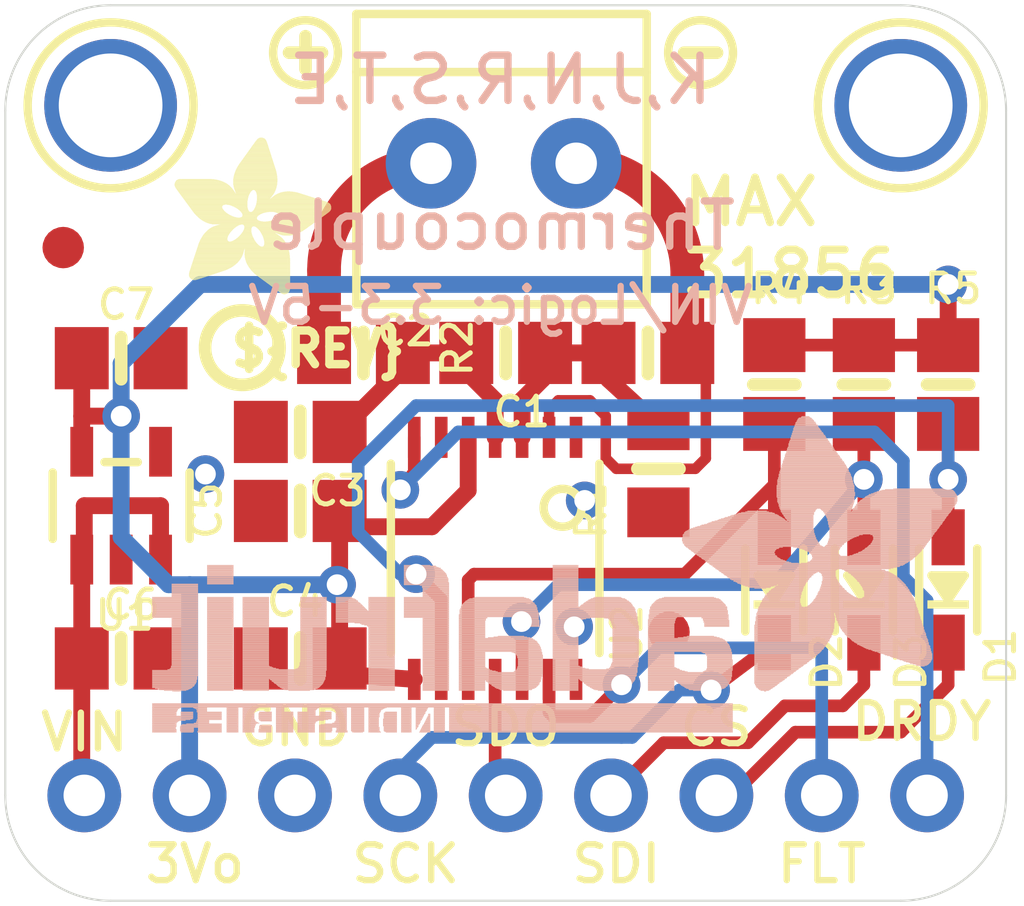
<source format=kicad_pcb>
(kicad_pcb (version 20241229) (generator "pcbnew") (generator_version "9.0")
  (layers (0 "F.Cu" signal) (2 "B.Cu" signal) (13 "F.Paste" user) (15 "B.Paste" user) (5 "F.SilkS" user "F.Silkscreen") (7 "B.SilkS" user "B.Silkscreen") (1 "F.Mask" user) (3 "B.Mask" user) (25 "Edge.Cuts" user))
  (net 0 "")
  (net 1 "THERM+")
  (net 2 "THERM-")
  (net 3 "T-")
  (net 4 "T+")
  (net 5 "GND")
  (net 6 "3.3V")
  (net 7 "~{CS_3V}")
  (net 8 "SCK_3V")
  (net 9 "SDO_3V")
  (net 10 "DRDY")
  (net 11 "VIN")
  (net 12 "SCK")
  (net 13 "SDO")
  (net 14 "SDI")
  (net 15 "~{CS}")
  (net 16 "~{FAULT}")
  (footprint "Adafruit MAX31856:0805-NO" (layer "F.Cu") (at 139.2301 109.9566)
    (property "Reference" "C6" (at -0.508 -0.889 0) (layer "F.SilkS") (effects (font (size 0.692831 0.692831) (thickness 0.119969)) (justify left bottom)))
    (property "Value" "10uF")
    (pad "1" smd rect (at -0.95 0) (size 1.3 1.5) (layers "F.Cu" "F.Mask" "F.Paste") (net 11 "VIN"))
    (pad "2" smd rect (at 0.95 0) (size 1.3 1.5) (layers "F.Cu" "F.Mask" "F.Paste") (net 5 "GND"))
  )
  (footprint "Adafruit MAX31856:0805_10MGAP" (layer "F.Cu") (at 152.1841 105.3846 90)
    (property "Reference" "C1" (at 1.778 -2.54 0) (layer "F.SilkS") (effects (font (size 0.692831 0.692831) (thickness 0.119969)) (justify right top)))
    (property "Value" "0.01uF")
    (pad "1" smd rect (at -1.05 0 90) (size 1.2 1.5) (layers "F.Cu" "F.Mask" "F.Paste") (net 5 "GND"))
    (pad "2" smd rect (at 1.05 0 90) (size 1.2 1.5) (layers "F.Cu" "F.Mask" "F.Paste") (net 3 "T-"))
  )
  (footprint "Adafruit MAX31856:MOUNTINGHOLE_2.5_PLATED" (layer "F.Cu") (at 138.9761 96.6216)
    (property "Reference" "U$13" (hide yes))
    (property "Value" "MOUNTINGHOLE2.5" (hide yes))
    (pad "P$1" thru_hole circle (at 0 0) (size 3.2 3.2) (drill 2.5) (layers "*.Cu" "*.Mask"))
  )
  (footprint "Adafruit MAX31856:0805-NO" (layer "F.Cu") (at 143.5481 104.4956 180)
    (property "Reference" "C3" (at -1.651 -1.016 0) (layer "F.SilkS") (effects (font (size 0.692831 0.692831) (thickness 0.119969)) (justify right top)))
    (property "Value" "0.01uF")
    (pad "1" smd rect (at -0.95 0 180) (size 1.3 1.5) (layers "F.Cu" "F.Mask" "F.Paste") (net 4 "T+"))
    (pad "2" smd rect (at 0.95 0 180) (size 1.3 1.5) (layers "F.Cu" "F.Mask" "F.Paste") (net 5 "GND"))
  )
  (footprint "Adafruit MAX31856:0805-NO" (layer "F.Cu") (at 157.1371 103.3526 90)
    (property "Reference" "R3" (at 1.905 -0.635 0) (layer "F.SilkS") (effects (font (size 0.692831 0.692831) (thickness 0.119969)) (justify left bottom)))
    (property "Value" "10K")
    (pad "1" smd rect (at -0.95 0 90) (size 1.3 1.5) (layers "F.Cu" "F.Mask" "F.Paste") (net 9 "SDO_3V"))
    (pad "2" smd rect (at 0.95 0 90) (size 1.3 1.5) (layers "F.Cu" "F.Mask" "F.Paste") (net 6 "3.3V"))
  )
  (footprint "Adafruit MAX31856:SOD-323" (layer "F.Cu") (at 157.1371 108.3056 90)
    (property "Reference" "D3" (at -2.497 1.54 90) (layer "F.SilkS") (effects (font (size 0.692831 0.692831) (thickness 0.119969)) (justify left bottom)))
    (property "Value" "1N4148")
    (pad "A" smd rect (at 1.27 0 90) (size 1.35 0.8) (layers "F.Cu" "F.Mask" "F.Paste") (net 9 "SDO_3V"))
    (pad "C" smd rect (at -1.27 0 90) (size 1.35 0.8) (layers "F.Cu" "F.Mask" "F.Paste") (net 14 "SDI"))
  )
  (footprint "Adafruit MAX31856:0805-NO" (layer "F.Cu") (at 148.5011 102.5906 180)
    (property "Reference" "C2" (at 3.175 0.127 0) (layer "F.SilkS") (effects (font (size 0.692831 0.692831) (thickness 0.119969)) (justify left bottom)))
    (property "Value" "0.1uF")
    (pad "1" smd rect (at -0.95 0 180) (size 1.3 1.5) (layers "F.Cu" "F.Mask" "F.Paste") (net 3 "T-"))
    (pad "2" smd rect (at 0.95 0 180) (size 1.3 1.5) (layers "F.Cu" "F.Mask" "F.Paste") (net 4 "T+"))
  )
  (footprint "Adafruit MAX31856:SYMBOL_PLUS" (layer "F.Cu") (at 143.6751 95.3516)
    (property "Reference" "U$23" (hide yes))
    (property "Value" "" (hide yes))
  )
  (footprint "Adafruit MAX31856:ADAFRUIT_3.5MM" (layer "F.Cu") (at 140.5001 101.1936)
    (property "Reference" "U$25" (hide yes))
    (property "Value" "" (hide yes))
  )
  (footprint "Adafruit MAX31856:SYMBOL_MINUS" (layer "F.Cu") (at 153.2001 95.3516)
    (property "Reference" "U$24" (hide yes))
    (property "Value" "" (hide yes))
  )
  (footprint "Adafruit MAX31856:TSSOP14" (layer "F.Cu") (at 148.2471 107.5436 180)
    (property "Reference" "U2" (at -3.5814 -2.5908 90) (layer "F.SilkS") (effects (font (size 0.692831 0.692831) (thickness 0.119969)) (justify left bottom)))
    (property "Value" "MAX31856")
    (pad "1" smd rect (at -1.95 2.9178 180) (size 0.3048 0.9906) (layers "F.Cu" "F.Mask" "F.Paste") (net 5 "GND"))
    (pad "2" smd rect (at -1.3 2.9178 180) (size 0.3048 0.9906) (layers "F.Cu" "F.Mask" "F.Paste") (net 2 "THERM-"))
    (pad "3" smd rect (at -0.65 2.9178 180) (size 0.3048 0.9906) (layers "F.Cu" "F.Mask" "F.Paste") (net 3 "T-"))
    (pad "4" smd rect (at 0 2.9178 180) (size 0.3048 0.9906) (layers "F.Cu" "F.Mask" "F.Paste") (net 4 "T+"))
    (pad "5" smd rect (at 0.65 2.9178 180) (size 0.3048 0.9906) (layers "F.Cu" "F.Mask" "F.Paste") (net 6 "3.3V"))
    (pad "6" smd rect (at 1.3 2.9178 180) (size 0.3048 0.9906) (layers "F.Cu" "F.Mask" "F.Paste"))
    (pad "7" smd rect (at 1.95 2.9178 180) (size 0.3048 0.9906) (layers "F.Cu" "F.Mask" "F.Paste") (net 10 "DRDY"))
    (pad "8" smd rect (at 1.95 -2.9178 180) (size 0.3048 0.9906) (layers "F.Cu" "F.Mask" "F.Paste") (net 6 "3.3V"))
    (pad "9" smd rect (at 1.3 -2.9178 180) (size 0.3048 0.9906) (layers "F.Cu" "F.Mask" "F.Paste") (net 7 "~{CS_3V}"))
    (pad "10" smd rect (at 0.65 -2.9178 180) (size 0.3048 0.9906) (layers "F.Cu" "F.Mask" "F.Paste") (net 8 "SCK_3V"))
    (pad "11" smd rect (at 0 -2.9178 180) (size 0.3048 0.9906) (layers "F.Cu" "F.Mask" "F.Paste") (net 13 "SDO"))
    (pad "12" smd rect (at -0.65 -2.9178 180) (size 0.3048 0.9906) (layers "F.Cu" "F.Mask" "F.Paste") (net 9 "SDO_3V"))
    (pad "13" smd rect (at -1.3 -2.9178 180) (size 0.3048 0.9906) (layers "F.Cu" "F.Mask" "F.Paste") (net 16 "~{FAULT}"))
    (pad "14" smd rect (at -1.95 -2.9178 180) (size 0.3048 0.9906) (layers "F.Cu" "F.Mask" "F.Paste") (net 5 "GND"))
  )
  (footprint "Adafruit MAX31856:0805-NO" (layer "F.Cu") (at 151.9301 102.5906 180)
    (property "Reference" "R1" (at 1.778 -3.048 90) (layer "F.SilkS") (effects (font (size 0.692831 0.692831) (thickness 0.119969)) (justify right top)))
    (property "Value" "100")
    (pad "1" smd rect (at -0.95 0 180) (size 1.3 1.5) (layers "F.Cu" "F.Mask" "F.Paste") (net 2 "THERM-"))
    (pad "2" smd rect (at 0.95 0 180) (size 1.3 1.5) (layers "F.Cu" "F.Mask" "F.Paste") (net 3 "T-"))
  )
  (footprint "Adafruit MAX31856:FIDUCIAL_1MM" (layer "F.Cu") (at 152.4381 109.3216)
    (property "Reference" "FID1" (hide yes))
    (property "Value" "FIDUCIAL\"\"" (hide yes))
    (pad "1" smd roundrect (at 0 0) (size 1 1) (layers "F.Cu" "F.Mask") (roundrect_rratio 0.5))
  )
  (footprint "Adafruit MAX31856:0805-NO" (layer "F.Cu") (at 159.1691 103.3526 90)
    (property "Reference" "R5" (at 1.905 -0.635 0) (layer "F.SilkS") (effects (font (size 0.692831 0.692831) (thickness 0.119969)) (justify left bottom)))
    (property "Value" "10K")
    (pad "1" smd rect (at -0.95 0 90) (size 1.3 1.5) (layers "F.Cu" "F.Mask" "F.Paste") (net 7 "~{CS_3V}"))
    (pad "2" smd rect (at 0.95 0 90) (size 1.3 1.5) (layers "F.Cu" "F.Mask" "F.Paste") (net 6 "3.3V"))
  )
  (footprint "Adafruit MAX31856:FIDUCIAL_1MM" (layer "F.Cu") (at 137.8331 100.0506)
    (property "Reference" "FID2" (hide yes))
    (property "Value" "FIDUCIAL\"\"" (hide yes))
    (pad "1" smd roundrect (at 0 0) (size 1 1) (layers "F.Cu" "F.Mask") (roundrect_rratio 0.5))
  )
  (footprint "Adafruit MAX31856:SOD-323" (layer "F.Cu") (at 159.1691 108.3056 90)
    (property "Reference" "D1" (at -2.37 1.667 90) (layer "F.SilkS") (effects (font (size 0.692831 0.692831) (thickness 0.119969)) (justify left bottom)))
    (property "Value" "1N4148")
    (pad "A" smd rect (at 1.27 0 90) (size 1.35 0.8) (layers "F.Cu" "F.Mask" "F.Paste") (net 7 "~{CS_3V}"))
    (pad "C" smd rect (at -1.27 0 90) (size 1.35 0.8) (layers "F.Cu" "F.Mask" "F.Paste") (net 15 "~{CS}"))
  )
  (footprint "Adafruit MAX31856:MOUNTINGHOLE_2.5_PLATED" (layer "F.Cu") (at 158.0261 96.6216)
    (property "Reference" "U$14" (hide yes))
    (property "Value" "MOUNTINGHOLE2.5" (hide yes))
    (pad "P$1" thru_hole circle (at 0 0) (size 3.2 3.2) (drill 2.5) (layers "*.Cu" "*.Mask"))
  )
  (footprint "Adafruit MAX31856:TERMBLOCK_1X2-3.5MM" (layer "F.Cu") (at 148.5011 98.0186 180)
    (property "Reference" "X1" (hide yes))
    (property "Value" "3.5mm term")
    (pad "1" thru_hole circle (at 1.8 0 180) (size 2.1844 2.1844) (drill 1) (layers "*.Cu" "*.Mask") (net 1 "THERM+"))
    (pad "2" thru_hole circle (at -1.7 0 180) (size 2.1844 2.1844) (drill 1) (layers "*.Cu" "*.Mask") (net 2 "THERM-"))
  )
  (footprint "Adafruit MAX31856:PCBFEAT-REV-040" (layer "F.Cu") (at 142.1511 102.4636)
    (property "Reference" "U$1" (hide yes))
    (property "Value" "" (hide yes))
    (fp_text user "${REV}" (at -0.3556 0.508 0) (layer "F.SilkS") (effects (font (size 0.8128 0.8128) (thickness 0.2032)) (justify left bottom)))
  )
  (footprint "Adafruit MAX31856:SOD-323" (layer "F.Cu") (at 154.9781 108.3056 90)
    (property "Reference" "D2" (at -2.497 1.667 90) (layer "F.SilkS") (effects (font (size 0.692831 0.692831) (thickness 0.119969)) (justify left bottom)))
    (property "Value" "1N4148")
    (pad "A" smd rect (at 1.27 0 90) (size 1.35 0.8) (layers "F.Cu" "F.Mask" "F.Paste") (net 8 "SCK_3V"))
    (pad "C" smd rect (at -1.27 0 90) (size 1.35 0.8) (layers "F.Cu" "F.Mask" "F.Paste") (net 12 "SCK"))
  )
  (footprint "Adafruit MAX31856:0805-NO" (layer "F.Cu") (at 143.5481 106.4006 180)
    (property "Reference" "C5" (at 2.667 0.762 90) (layer "F.SilkS") (effects (font (size 0.692831 0.692831) (thickness 0.119969)) (justify right top)))
    (property "Value" "0.1uF")
    (pad "1" smd rect (at -0.95 0 180) (size 1.3 1.5) (layers "F.Cu" "F.Mask" "F.Paste") (net 6 "3.3V"))
    (pad "2" smd rect (at 0.95 0 180) (size 1.3 1.5) (layers "F.Cu" "F.Mask" "F.Paste") (net 5 "GND"))
  )
  (footprint "Adafruit MAX31856:SOT23-5" (layer "F.Cu") (at 139.2301 106.2736)
    (property "Reference" "U1" (at -0.689 3.048 0) (layer "F.SilkS") (effects (font (size 0.692831 0.692831) (thickness 0.119969)) (justify left bottom)))
    (property "Value" "mic5225-3.3")
    (pad "1" smd rect (at -0.95 1.3001) (size 0.55 1.2) (layers "F.Cu" "F.Mask" "F.Paste") (net 11 "VIN"))
    (pad "2" smd rect (at 0 1.3001) (size 0.55 1.2) (layers "F.Cu" "F.Mask" "F.Paste") (net 5 "GND"))
    (pad "3" smd rect (at 0.95 1.3001) (size 0.55 1.2) (layers "F.Cu" "F.Mask" "F.Paste") (net 11 "VIN"))
    (pad "4" smd rect (at 0.95 -1.3001) (size 0.55 1.2) (layers "F.Cu" "F.Mask" "F.Paste"))
    (pad "5" smd rect (at -0.95 -1.3001) (size 0.55 1.2) (layers "F.Cu" "F.Mask" "F.Paste") (net 6 "3.3V"))
  )
  (footprint "Adafruit MAX31856:1X09_ROUND_70" (layer "F.Cu") (at 148.5011 113.2586 180)
    (property "Reference" "JP1" (hide yes))
    (property "Value" "")
    (pad "1" thru_hole circle (at -10.16 0 270) (size 1.778 1.778) (drill 1) (layers "*.Cu" "*.Mask") (net 10 "DRDY"))
    (pad "2" thru_hole circle (at -7.62 0 270) (size 1.778 1.778) (drill 1) (layers "*.Cu" "*.Mask") (net 16 "~{FAULT}"))
    (pad "3" thru_hole circle (at -5.08 0 270) (size 1.778 1.778) (drill 1) (layers "*.Cu" "*.Mask") (net 15 "~{CS}"))
    (pad "4" thru_hole circle (at -2.54 0 270) (size 1.778 1.778) (drill 1) (layers "*.Cu" "*.Mask") (net 14 "SDI"))
    (pad "5" thru_hole circle (at 0 0 270) (size 1.778 1.778) (drill 1) (layers "*.Cu" "*.Mask") (net 13 "SDO"))
    (pad "6" thru_hole circle (at 2.54 0 270) (size 1.778 1.778) (drill 1) (layers "*.Cu" "*.Mask") (net 12 "SCK"))
    (pad "7" thru_hole circle (at 5.08 0 270) (size 1.778 1.778) (drill 1) (layers "*.Cu" "*.Mask") (net 5 "GND"))
    (pad "8" thru_hole circle (at 7.62 0 270) (size 1.778 1.778) (drill 1) (layers "*.Cu" "*.Mask") (net 6 "3.3V"))
    (pad "9" thru_hole circle (at 10.16 0 270) (size 1.778 1.778) (drill 1) (layers "*.Cu" "*.Mask") (net 11 "VIN"))
  )
  (footprint "Adafruit MAX31856:0805-NO" (layer "F.Cu") (at 143.5481 109.9566 180)
    (property "Reference" "C4" (at -0.635 1.778 0) (layer "F.SilkS") (effects (font (size 0.692831 0.692831) (thickness 0.119969)) (justify right top)))
    (property "Value" "0.1uF")
    (pad "1" smd rect (at -0.95 0 180) (size 1.3 1.5) (layers "F.Cu" "F.Mask" "F.Paste") (net 6 "3.3V"))
    (pad "2" smd rect (at 0.95 0 180) (size 1.3 1.5) (layers "F.Cu" "F.Mask" "F.Paste") (net 5 "GND"))
  )
  (footprint "Adafruit MAX31856:0805-NO" (layer "F.Cu") (at 139.2301 102.7176)
    (property "Reference" "C7" (at -0.635 -0.889 0) (layer "F.SilkS") (effects (font (size 0.692831 0.692831) (thickness 0.119969)) (justify left bottom)))
    (property "Value" "10uF")
    (pad "1" smd rect (at -0.95 0) (size 1.3 1.5) (layers "F.Cu" "F.Mask" "F.Paste") (net 6 "3.3V"))
    (pad "2" smd rect (at 0.95 0) (size 1.3 1.5) (layers "F.Cu" "F.Mask" "F.Paste") (net 5 "GND"))
  )
  (footprint "Adafruit MAX31856:0805-NO" (layer "F.Cu") (at 145.0721 102.5906)
    (property "Reference" "R2" (at 2.667 0.635 90) (layer "F.SilkS") (effects (font (size 0.692831 0.692831) (thickness 0.119969)) (justify left bottom)))
    (property "Value" "100")
    (pad "1" smd rect (at -0.95 0) (size 1.3 1.5) (layers "F.Cu" "F.Mask" "F.Paste") (net 1 "THERM+"))
    (pad "2" smd rect (at 0.95 0) (size 1.3 1.5) (layers "F.Cu" "F.Mask" "F.Paste") (net 4 "T+"))
  )
  (footprint "Adafruit MAX31856:0805-NO" (layer "F.Cu") (at 154.9781 103.3526 90)
    (property "Reference" "R4" (at 1.905 -0.635 0) (layer "F.SilkS") (effects (font (size 0.692831 0.692831) (thickness 0.119969)) (justify left bottom)))
    (property "Value" "10K")
    (pad "1" smd rect (at -0.95 0 90) (size 1.3 1.5) (layers "F.Cu" "F.Mask" "F.Paste") (net 8 "SCK_3V"))
    (pad "2" smd rect (at 0.95 0 90) (size 1.3 1.5) (layers "F.Cu" "F.Mask" "F.Paste") (net 6 "3.3V"))
  )
  (footprint "Adafruit MAX31856:ADAFRUIT_TEXT_20MM" (layer "B.Cu") (at 159.5501 111.7346 180)
    (property "Reference" "U$26" (hide yes))
    (property "Value" "" (hide yes))
  )
  (gr_arc (start 136.4361 96.7486) (mid 137.180049 94.952549) (end 138.9761 94.2086) (stroke (width 0.05)) (layer "Edge.Cuts"))
  (gr_line (start 158.0261 115.7986) (end 138.9761 115.7986) (stroke (width 0.05)) (layer "Edge.Cuts"))
  (gr_arc (start 138.9761 115.7986) (mid 137.180049 115.054651) (end 136.4361 113.2586) (stroke (width 0.05)) (layer "Edge.Cuts"))
  (gr_line (start 160.5661 96.7486) (end 160.5661 113.2586) (stroke (width 0.05)) (layer "Edge.Cuts"))
  (gr_line (start 138.9761 94.2086) (end 158.0261 94.2086) (stroke (width 0.05)) (layer "Edge.Cuts"))
  (gr_arc (start 160.5661 113.2586) (mid 159.822151 115.054651) (end 158.0261 115.7986) (stroke (width 0.05)) (layer "Edge.Cuts"))
  (gr_arc (start 158.0261 94.2086) (mid 159.822151 94.952549) (end 160.5661 96.7486) (stroke (width 0.05)) (layer "Edge.Cuts"))
  (gr_line (start 136.4361 113.2586) (end 136.4361 96.7486) (stroke (width 0.05)) (layer "Edge.Cuts"))
  (gr_text "SDI" (at 151.1681 114.9096 0) (layer "F.SilkS") (effects (font (size 0.8636 0.8636) (thickness 0.1524))))
  (gr_text "3Vo" (at 141.0081 114.9096 0) (layer "F.SilkS") (effects (font (size 0.8636 0.8636) (thickness 0.1524))))
  (gr_text "VIN" (at 138.3411 111.7346 0) (layer "F.SilkS") (effects (font (size 0.8636 0.8636) (thickness 0.1524))))
  (gr_text "SDO" (at 148.5011 111.6076 0) (layer "F.SilkS") (effects (font (size 0.8636 0.8636) (thickness 0.1524))))
  (gr_text "MAX\n31856" (at 152.6921 101.3206 0) (layer "F.SilkS") (effects (font (size 1.0795 1.0795) (thickness 0.1905)) (justify left bottom)))
  (gr_text "DRDY" (at 158.5341 111.4806 0) (layer "F.SilkS") (effects (font (size 0.8636 0.8636) (thickness 0.1524))))
  (gr_text "SCK" (at 146.0881 114.9096 0) (layer "F.SilkS") (effects (font (size 0.8636 0.8636) (thickness 0.1524))))
  (gr_text "CS" (at 153.5811 111.6076 0) (layer "F.SilkS") (effects (font (size 0.8636 0.8636) (thickness 0.1524))))
  (gr_text "FLT" (at 156.1211 114.9096 0) (layer "F.SilkS") (effects (font (size 0.8636 0.8636) (thickness 0.1524))))
  (gr_text "GND" (at 143.4211 111.6076 0) (layer "F.SilkS") (effects (font (size 0.8636 0.8636) (thickness 0.1524))))
  (gr_text "K,J,N,R,S,T,E\n\nThermocouple" (at 148.3741 97.7646 -0) (layer "B.SilkS") (effects (font (size 1.0922 1.0922) (thickness 0.1778)) (justify mirror)))
  (gr_text "VIN/Logic: 3.3-5V" (at 148.3741 101.4476 0) (layer "B.SilkS") (effects (font (size 0.8636 0.8636) (thickness 0.1524)) (justify mirror)))
  (segment (start 144.1221 102.5906) (end 144.1221 100.5976) (width 0.8128) (layer "F.Cu") (net 1))
  (arc (start 144.1221 100.5976) (mid 144.877472 98.773972) (end 146.7011 98.0186) (width 0.8128) (layer "F.Cu") (net 1))
  (segment (start 149.7711 103.7336) (end 150.5331 103.7336) (width 0.254) (layer "F.Cu") (net 2))
  (segment (start 153.0731 105.3846) (end 153.3271 105.1306) (width 0.254) (layer "F.Cu") (net 2))
  (segment (start 153.3271 103.0376) (end 152.8801 102.5906) (width 0.254) (layer "F.Cu") (net 2))
  (segment (start 150.5331 103.7336) (end 150.9141 104.1146) (width 0.254) (layer "F.Cu") (net 2))
  (segment (start 150.9141 105.1306) (end 151.1681 105.3846) (width 0.254) (layer "F.Cu") (net 2))
  (segment (start 152.8801 102.5906) (end 152.8801 100.6976) (width 0.8128) (layer "F.Cu") (net 2))
  (segment (start 153.3271 105.1306) (end 153.3271 103.0376) (width 0.254) (layer "F.Cu") (net 2))
  (segment (start 151.1681 105.3846) (end 153.0731 105.3846) (width 0.254) (layer "F.Cu") (net 2))
  (segment (start 149.5471 103.9576) (end 149.7711 103.7336) (width 0.254) (layer "F.Cu") (net 2))
  (segment (start 149.5471 104.6258) (end 149.5471 103.9576) (width 0.254) (layer "F.Cu") (net 2))
  (segment (start 150.9141 104.1146) (end 150.9141 105.1306) (width 0.254) (layer "F.Cu") (net 2))
  (arc (start 152.8801 100.6976) (mid 152.095439 98.803261) (end 150.2011 98.0186) (width 0.8128) (layer "F.Cu") (net 2))
  (segment (start 149.3901 103.2256) (end 149.3901 102.7786) (width 0.4064) (layer "F.Cu") (net 3))
  (segment (start 150.9801 102.5906) (end 150.9801 103.2306) (width 0.4064) (layer "F.Cu") (net 3))
  (segment (start 149.3901 102.7786) (end 149.4511 102.5906) (width 0.4064) (layer "F.Cu") (net 3))
  (segment (start 148.8971 104.6258) (end 148.8971 103.7186) (width 0.4064) (layer "F.Cu") (net 3))
  (segment (start 149.4511 102.5906) (end 150.9801 102.5906) (width 0.4064) (layer "F.Cu") (net 3))
  (segment (start 148.8971 103.7186) (end 149.3901 103.2256) (width 0.4064) (layer "F.Cu") (net 3))
  (segment (start 150.9801 103.2306) (end 152.1841 104.3346) (width 0.4064) (layer "F.Cu") (net 3))
  (segment (start 147.5511 103.0376) (end 147.5511 102.5906) (width 0.4064) (layer "F.Cu") (net 4))
  (segment (start 148.2471 103.7336) (end 147.5511 103.0376) (width 0.4064) (layer "F.Cu") (net 4))
  (segment (start 146.0221 102.9716) (end 144.4981 104.4956) (width 0.4064) (layer "F.Cu") (net 4))
  (segment (start 147.5511 102.5906) (end 146.0221 102.5906) (width 0.4064) (layer "F.Cu") (net 4))
  (segment (start 148.2471 104.6258) (end 148.2471 103.7336) (width 0.4064) (layer "F.Cu") (net 4))
  (segment (start 146.0221 102.5906) (end 146.0221 102.9716) (width 0.4064) (layer "F.Cu") (net 4))
  (via (at 150.1521 109.1946) (size 0.9064) (drill 0.5) (layers "F.Cu" "B.Cu") (net 5))
  (via (at 141.2621 105.5116) (size 0.9064) (drill 0.5) (layers "F.Cu" "B.Cu") (net 5))
  (via (at 150.4061 106.1466) (size 0.9064) (drill 0.5) (layers "F.Cu" "B.Cu") (net 5))
  (segment (start 157.1371 102.4026) (end 159.1691 102.4026) (width 0.3048) (layer "F.Cu") (net 6))
  (segment (start 159.1691 102.4026) (end 159.1691 100.9396) (width 0.4064) (layer "F.Cu") (net 6))
  (segment (start 138.2801 104.9735) (end 138.2801 104.1146) (width 0.4064) (layer "F.Cu") (net 6))
  (segment (start 146.2971 110.4614) (end 144.4981 110.3344) (width 0.4064) (layer "F.Cu") (net 6))
  (segment (start 144.4981 108.1786) (end 144.4981 109.9566) (width 0.4064) (layer "F.Cu") (net 6))
  (segment (start 144.4981 106.4006) (end 144.8791 106.7816) (width 0.4064) (layer "F.Cu") (net 6))
  (segment (start 144.4981 106.4006) (end 144.4981 108.1786) (width 0.4064) (layer "F.Cu") (net 6))
  (segment (start 146.7231 106.7816) (end 147.5971 105.9076) (width 0.4064) (layer "F.Cu") (net 6))
  (segment (start 144.8791 106.7816) (end 146.7231 106.7816) (width 0.4064) (layer "F.Cu") (net 6))
  (segment (start 144.4371 108.1786) (end 144.4981 108.1786) (width 0.4064) (layer "F.Cu") (net 6))
  (segment (start 138.2801 104.1146) (end 139.2301 104.1146) (width 0.4064) (layer "F.Cu") (net 6))
  (segment (start 144.4981 110.3344) (end 144.4981 109.9566) (width 0.4064) (layer "F.Cu") (net 6))
  (segment (start 138.2801 104.1146) (end 138.2801 102.7176) (width 0.4064) (layer "F.Cu") (net 6))
  (segment (start 154.9781 102.4026) (end 157.1371 102.4026) (width 0.3048) (layer "F.Cu") (net 6))
  (segment (start 147.5971 105.9076) (end 147.5971 104.6258) (width 0.4064) (layer "F.Cu") (net 6))
  (via (at 139.2301 104.1146) (size 0.9064) (drill 0.5) (layers "F.Cu" "B.Cu") (net 6))
  (via (at 144.4371 108.1786) (size 0.9064) (drill 0.5) (layers "F.Cu" "B.Cu") (net 6))
  (via (at 159.1691 100.9396) (size 0.9064) (drill 0.5) (layers "F.Cu" "B.Cu") (net 6))
  (segment (start 139.2301 107.0356) (end 140.3731 108.1786) (width 0.4064) (layer "B.Cu") (net 6))
  (segment (start 140.8811 108.1786) (end 144.4371 108.1786) (width 0.4064) (layer "B.Cu") (net 6))
  (segment (start 139.2301 104.1146) (end 139.2301 107.0356) (width 0.4064) (layer "B.Cu") (net 6))
  (segment (start 139.2301 102.8446) (end 139.2301 104.1146) (width 0.4064) (layer "B.Cu") (net 6))
  (segment (start 140.3731 108.1786) (end 140.8811 108.1786) (width 0.4064) (layer "B.Cu") (net 6))
  (segment (start 159.1691 100.9396) (end 141.1351 100.9396) (width 0.4064) (layer "B.Cu") (net 6))
  (segment (start 141.1351 100.9396) (end 139.2301 102.8446) (width 0.4064) (layer "B.Cu") (net 6))
  (segment (start 140.8811 113.2586) (end 140.8811 108.1786) (width 0.4064) (layer "B.Cu") (net 6))
  (segment (start 146.9471 110.4614) (end 146.9471 108.5296) (width 0.3048) (layer "F.Cu") (net 7))
  (segment (start 159.1691 104.3026) (end 159.1691 105.6386) (width 0.3048) (layer "F.Cu") (net 7))
  (segment (start 159.1691 105.6386) (end 159.1691 107.0356) (width 0.3048) (layer "F.Cu") (net 7))
  (segment (start 146.9471 108.5296) (end 146.3421 107.9246) (width 0.3048) (layer "F.Cu") (net 7))
  (via (at 146.3421 107.9246) (size 0.9064) (drill 0.5) (layers "F.Cu" "B.Cu") (net 7))
  (via (at 159.1691 105.6386) (size 0.9064) (drill 0.5) (layers "F.Cu" "B.Cu") (net 7))
  (segment (start 159.1691 103.8606) (end 159.1691 105.6386) (width 0.3048) (layer "B.Cu") (net 7))
  (segment (start 145.9611 107.9246) (end 144.9451 106.9086) (width 0.3048) (layer "B.Cu") (net 7))
  (segment (start 146.3421 107.9246) (end 145.9611 107.9246) (width 0.3048) (layer "B.Cu") (net 7))
  (segment (start 144.9451 106.9086) (end 144.9451 105.2576) (width 0.3048) (layer "B.Cu") (net 7))
  (segment (start 146.3421 103.8606) (end 159.1691 103.8606) (width 0.3048) (layer "B.Cu") (net 7))
  (segment (start 144.9451 105.2576) (end 146.3421 103.8606) (width 0.3048) (layer "B.Cu") (net 7))
  (segment (start 147.5971 108.0666) (end 147.5971 110.4614) (width 0.3048) (layer "F.Cu") (net 8))
  (segment (start 154.9781 105.7656) (end 152.8191 107.9246) (width 0.3048) (layer "F.Cu") (net 8))
  (segment (start 154.9781 107.0356) (end 154.9781 105.7656) (width 0.3048) (layer "F.Cu") (net 8))
  (segment (start 152.8191 107.9246) (end 147.7391 107.9246) (width 0.3048) (layer "F.Cu") (net 8))
  (segment (start 154.9781 105.7656) (end 154.9781 104.3026) (width 0.3048) (layer "F.Cu") (net 8))
  (segment (start 147.7391 107.9246) (end 147.5971 108.0666) (width 0.3048) (layer "F.Cu") (net 8))
  (segment (start 148.8971 110.4614) (end 148.8971 109.0826) (width 0.3048) (layer "F.Cu") (net 9))
  (segment (start 157.1371 104.3026) (end 157.1371 105.1306) (width 0.3048) (layer "F.Cu") (net 9))
  (segment (start 148.8971 109.0826) (end 148.8821 109.0676) (width 0.3048) (layer "F.Cu") (net 9))
  (segment (start 157.1371 104.3026) (end 157.1371 105.6386) (width 0.3048) (layer "F.Cu") (net 9))
  (segment (start 157.1371 105.6386) (end 157.1371 107.0356) (width 0.3048) (layer "F.Cu") (net 9))
  (via (at 148.8821 109.0676) (size 0.9064) (drill 0.5) (layers "F.Cu" "B.Cu") (net 9))
  (via (at 157.1371 105.6386) (size 0.9064) (drill 0.5) (layers "F.Cu" "B.Cu") (net 9))
  (segment (start 149.7711 108.1786) (end 154.9781 108.1786) (width 0.3048) (layer "B.Cu") (net 9))
  (segment (start 148.8821 109.0676) (end 149.7711 108.1786) (width 0.3048) (layer "B.Cu") (net 9))
  (segment (start 154.9781 108.1786) (end 157.1371 105.6386) (width 0.3048) (layer "B.Cu") (net 9))
  (segment (start 146.2971 105.4666) (end 146.2971 104.6258) (width 0.3048) (layer "F.Cu") (net 10))
  (segment (start 145.9611 105.8926) (end 146.2971 105.4666) (width 0.3048) (layer "F.Cu") (net 10))
  (via (at 145.9611 105.8926) (size 0.9064) (drill 0.5) (layers "F.Cu" "B.Cu") (net 10))
  (segment (start 147.3581 104.4956) (end 157.3911 104.4956) (width 0.3048) (layer "B.Cu") (net 10))
  (segment (start 157.3911 104.4956) (end 158.0896 105.1941) (width 0.3048) (layer "B.Cu") (net 10))
  (segment (start 147.3581 104.4956) (end 145.9611 105.8926) (width 0.3048) (layer "B.Cu") (net 10))
  (segment (start 158.0896 105.1941) (end 158.0896 107.9881) (width 0.3048) (layer "B.Cu") (net 10))
  (segment (start 158.6611 113.2586) (end 158.6611 108.5596) (width 0.3048) (layer "B.Cu") (net 10))
  (segment (start 158.6611 108.5596) (end 158.0896 107.9881) (width 0.3048) (layer "B.Cu") (net 10))
  (segment (start 140.1801 107.5737) (end 140.1801 106.2736) (width 0.4064) (layer "F.Cu") (net 11))
  (segment (start 138.3411 107.5737) (end 138.2801 107.5737) (width 0.4064) (layer "F.Cu") (net 11))
  (segment (start 138.3411 113.2586) (end 138.2801 113.1976) (width 0.4064) (layer "F.Cu") (net 11))
  (segment (start 140.1801 106.2736) (end 138.3411 106.2736) (width 0.4064) (layer "F.Cu") (net 11))
  (segment (start 138.3411 106.2736) (end 138.3411 107.5737) (width 0.4064) (layer "F.Cu") (net 11))
  (segment (start 138.2801 113.1976) (end 138.2801 109.9566) (width 0.4064) (layer "F.Cu") (net 11))
  (segment (start 138.2801 109.9566) (end 138.2801 107.5737) (width 0.4064) (layer "F.Cu") (net 11))
  (segment (start 154.9781 109.5756) (end 153.4541 110.7186) (width 0.3048) (layer "F.Cu") (net 12))
  (via (at 153.4541 110.7186) (size 0.9064) (drill 0.5) (layers "F.Cu" "B.Cu") (net 12))
  (segment (start 146.7231 111.8616) (end 145.9611 112.6236) (width 0.3048) (layer "B.Cu") (net 12))
  (segment (start 153.4541 110.7186) (end 152.6921 110.7186) (width 0.3048) (layer "B.Cu") (net 12))
  (segment (start 145.9611 112.6236) (end 145.9611 113.2586) (width 0.3048) (layer "B.Cu") (net 12))
  (segment (start 151.5491 111.8616) (end 151.2951 111.8616) (width 0.3048) (layer "B.Cu") (net 12))
  (segment (start 151.2951 111.8616) (end 146.7231 111.8616) (width 0.3048) (layer "B.Cu") (net 12))
  (segment (start 152.6921 110.7186) (end 151.5491 111.8616) (width 0.3048) (layer "B.Cu") (net 12))
  (segment (start 148.2471 110.4614) (end 148.2471 113.0046) (width 0.3048) (layer "F.Cu") (net 13))
  (segment (start 148.2471 113.0046) (end 148.5011 113.2586) (width 0.3048) (layer "F.Cu") (net 13))
  (segment (start 154.3431 111.9886) (end 152.3111 111.9886) (width 0.3048) (layer "F.Cu") (net 14))
  (segment (start 156.6291 111.0996) (end 155.2321 111.0996) (width 0.3048) (layer "F.Cu") (net 14))
  (segment (start 157.1371 109.5756) (end 157.1371 110.5916) (width 0.3048) (layer "F.Cu") (net 14))
  (segment (start 157.1371 110.5916) (end 156.6291 111.0996) (width 0.3048) (layer "F.Cu") (net 14))
  (segment (start 155.2321 111.0996) (end 154.3431 111.9886) (width 0.3048) (layer "F.Cu") (net 14))
  (segment (start 152.3111 111.9886) (end 151.0411 113.2586) (width 0.3048) (layer "F.Cu") (net 14))
  (segment (start 159.1691 109.5756) (end 159.1691 110.5916) (width 0.3048) (layer "F.Cu") (net 15))
  (segment (start 159.1691 110.5916) (end 158.0261 111.7346) (width 0.3048) (layer "F.Cu") (net 15))
  (segment (start 155.4861 111.7346) (end 153.9621 113.2586) (width 0.3048) (layer "F.Cu") (net 15))
  (segment (start 158.0261 111.7346) (end 155.4861 111.7346) (width 0.3048) (layer "F.Cu") (net 15))
  (segment (start 153.9621 113.2586) (end 153.5811 113.2586) (width 0.3048) (layer "F.Cu") (net 15))
  (segment (start 149.5471 111.2566) (end 149.6441 111.3536) (width 0.3048) (layer "F.Cu") (net 16))
  (segment (start 149.5471 110.4614) (end 149.5471 111.2566) (width 0.3048) (layer "F.Cu") (net 16))
  (segment (start 150.5331 111.3536) (end 151.2951 110.5916) (width 0.3048) (layer "F.Cu") (net 16))
  (segment (start 149.6441 111.3536) (end 150.5331 111.3536) (width 0.3048) (layer "F.Cu") (net 16))
  (segment (start 150.9141 110.9726) (end 151.2951 110.5916) (width 0.3048) (layer "F.Cu") (net 16))
  (via (at 151.2951 110.5916) (size 0.9064) (drill 0.5) (layers "F.Cu" "B.Cu") (net 16))
  (segment (start 152.1841 109.7026) (end 156.1211 109.7026) (width 0.3048) (layer "B.Cu") (net 16))
  (segment (start 151.2951 110.5916) (end 152.1841 109.7026) (width 0.3048) (layer "B.Cu") (net 16))
  (segment (start 156.1211 109.7026) (end 156.1211 113.2586) (width 0.3048) (layer "B.Cu") (net 16))
)
</source>
